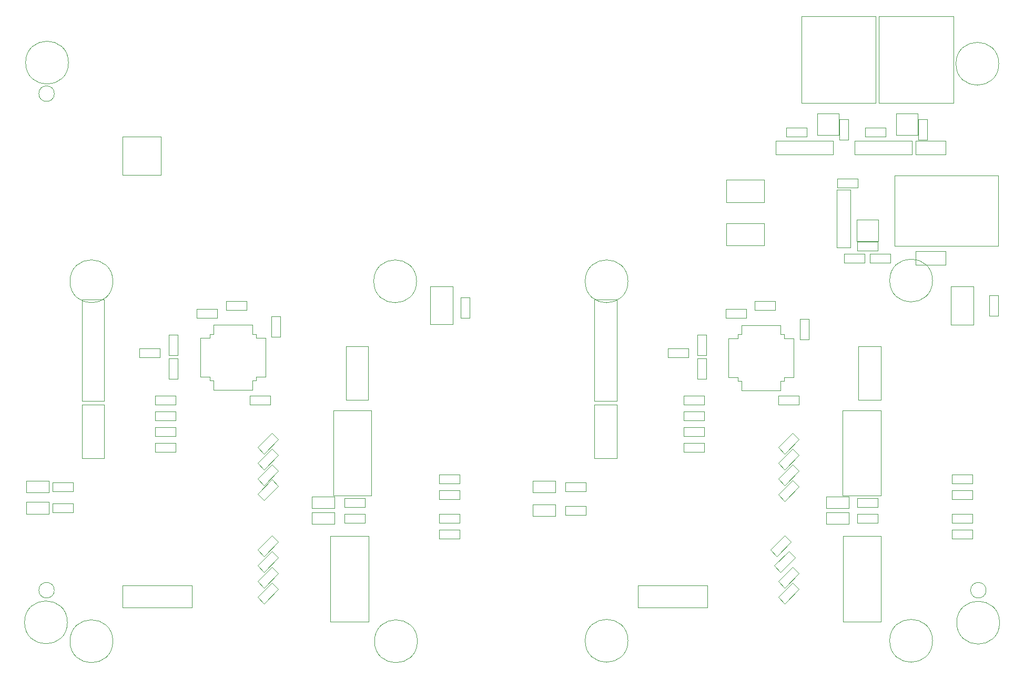
<source format=gbr>
G04 #@! TF.GenerationSoftware,KiCad,Pcbnew,5.0.2-bee76a0~70~ubuntu18.04.1*
G04 #@! TF.CreationDate,2019-05-15T21:37:28+02:00*
G04 #@! TF.ProjectId,networkScanner,6e657477-6f72-46b5-9363-616e6e65722e,rev?*
G04 #@! TF.SameCoordinates,Original*
G04 #@! TF.FileFunction,Other,User*
%FSLAX46Y46*%
G04 Gerber Fmt 4.6, Leading zero omitted, Abs format (unit mm)*
G04 Created by KiCad (PCBNEW 5.0.2-bee76a0~70~ubuntu18.04.1) date Mi 15 Mai 2019 21:37:28 CEST*
%MOMM*%
%LPD*%
G01*
G04 APERTURE LIST*
%ADD10C,0.050000*%
G04 APERTURE END LIST*
D10*
G04 #@! TO.C,REF\002A\002A*
X148606000Y-90234000D02*
G75*
G03X148606000Y-90234000I-3450000J0D01*
G01*
X197628000Y-148146000D02*
G75*
G03X197628000Y-148146000I-3450000J0D01*
G01*
X148606000Y-148146000D02*
G75*
G03X148606000Y-148146000I-3450000J0D01*
G01*
X197628000Y-90107000D02*
G75*
G03X197628000Y-90107000I-3450000J0D01*
G01*
X208296000Y-55182000D02*
G75*
G03X208296000Y-55182000I-3450000J0D01*
G01*
X208423000Y-145225000D02*
G75*
G03X208423000Y-145225000I-3450000J0D01*
G01*
X65675000Y-90234000D02*
G75*
G03X65675000Y-90234000I-3450000J0D01*
G01*
X114570000Y-90234000D02*
G75*
G03X114570000Y-90234000I-3450000J0D01*
G01*
X114697000Y-148222000D02*
G75*
G03X114697000Y-148222000I-3450000J0D01*
G01*
X65675000Y-148222000D02*
G75*
G03X65675000Y-148222000I-3450000J0D01*
G01*
X58356000Y-145178000D02*
G75*
G03X58356000Y-145178000I-3450000J0D01*
G01*
X206250000Y-140000000D02*
G75*
G03X206250000Y-140000000I-1250000J0D01*
G01*
X56250000Y-60000000D02*
G75*
G03X56250000Y-60000000I-1250000J0D01*
G01*
G04 #@! TO.C,U1*
X88130000Y-106250000D02*
X88750000Y-106250000D01*
X88750000Y-105630000D02*
X88750000Y-106250000D01*
X88130000Y-107750000D02*
X88130000Y-106250000D01*
X79750000Y-99370000D02*
X79750000Y-105630000D01*
X90250000Y-99370000D02*
X90250000Y-105630000D01*
X81870000Y-97250000D02*
X88130000Y-97250000D01*
X81870000Y-107750000D02*
X88130000Y-107750000D01*
X88750000Y-105630000D02*
X90250000Y-105630000D01*
X88750000Y-99370000D02*
X90250000Y-99370000D01*
X88130000Y-98750000D02*
X88130000Y-97250000D01*
X81870000Y-98750000D02*
X81870000Y-97250000D01*
X81250000Y-99370000D02*
X79750000Y-99370000D01*
X81250000Y-105630000D02*
X79750000Y-105630000D01*
X81870000Y-106250000D02*
X81870000Y-107750000D01*
X88130000Y-98750000D02*
X88750000Y-98750000D01*
X88750000Y-99370000D02*
X88750000Y-98750000D01*
X81250000Y-105630000D02*
X81250000Y-106250000D01*
X81870000Y-106250000D02*
X81250000Y-106250000D01*
X81250000Y-99370000D02*
X81250000Y-98750000D01*
X81870000Y-98750000D02*
X81250000Y-98750000D01*
G04 #@! TO.C,U2*
X173130000Y-106290000D02*
X173750000Y-106290000D01*
X173750000Y-105670000D02*
X173750000Y-106290000D01*
X173130000Y-107790000D02*
X173130000Y-106290000D01*
X164750000Y-99410000D02*
X164750000Y-105670000D01*
X175250000Y-99410000D02*
X175250000Y-105670000D01*
X166870000Y-97290000D02*
X173130000Y-97290000D01*
X166870000Y-107790000D02*
X173130000Y-107790000D01*
X173750000Y-105670000D02*
X175250000Y-105670000D01*
X173750000Y-99410000D02*
X175250000Y-99410000D01*
X173130000Y-98790000D02*
X173130000Y-97290000D01*
X166870000Y-98790000D02*
X166870000Y-97290000D01*
X166250000Y-99410000D02*
X164750000Y-99410000D01*
X166250000Y-105670000D02*
X164750000Y-105670000D01*
X166870000Y-106290000D02*
X166870000Y-107790000D01*
X173130000Y-98790000D02*
X173750000Y-98790000D01*
X173750000Y-99410000D02*
X173750000Y-98790000D01*
X166250000Y-105670000D02*
X166250000Y-106290000D01*
X166870000Y-106290000D02*
X166250000Y-106290000D01*
X166250000Y-99410000D02*
X166250000Y-98790000D01*
X166870000Y-98790000D02*
X166250000Y-98790000D01*
G04 #@! TO.C,J3*
X67200000Y-142800000D02*
X67200000Y-139250000D01*
X67200000Y-139250000D02*
X78400000Y-139250000D01*
X78400000Y-139250000D02*
X78400000Y-142800000D01*
X78400000Y-142800000D02*
X67200000Y-142800000D01*
G04 #@! TO.C,J4*
X161400000Y-142800000D02*
X150200000Y-142800000D01*
X161400000Y-139250000D02*
X161400000Y-142800000D01*
X150200000Y-139250000D02*
X161400000Y-139250000D01*
X150200000Y-142800000D02*
X150200000Y-139250000D01*
G04 #@! TO.C,J5*
X188500000Y-61500000D02*
X188500000Y-47500000D01*
X188500000Y-47500000D02*
X176500000Y-47500000D01*
X176500000Y-47500000D02*
X176500000Y-61500000D01*
X176500000Y-61500000D02*
X188500000Y-61500000D01*
G04 #@! TO.C,J6*
X189000000Y-61500000D02*
X201000000Y-61500000D01*
X189000000Y-47500000D02*
X189000000Y-61500000D01*
X201000000Y-47500000D02*
X189000000Y-47500000D01*
X201000000Y-61500000D02*
X201000000Y-47500000D01*
G04 #@! TO.C,U3*
X191540000Y-73230000D02*
X191540000Y-84530000D01*
X191540000Y-84530000D02*
X208180000Y-84530000D01*
X208180000Y-84530000D02*
X208180000Y-73230000D01*
X208180000Y-73230000D02*
X191540000Y-73230000D01*
G04 #@! TO.C,D1*
X181650000Y-69820000D02*
X172350000Y-69820000D01*
X172350000Y-69820000D02*
X172350000Y-67620000D01*
X172350000Y-67620000D02*
X181650000Y-67620000D01*
X181650000Y-67620000D02*
X181650000Y-69820000D01*
G04 #@! TO.C,D2*
X194350000Y-67620000D02*
X194350000Y-69820000D01*
X185050000Y-67620000D02*
X194350000Y-67620000D01*
X185050000Y-69820000D02*
X185050000Y-67620000D01*
X194350000Y-69820000D02*
X185050000Y-69820000D01*
G04 #@! TO.C,D3*
X182250000Y-84800000D02*
X182250000Y-75500000D01*
X182250000Y-75500000D02*
X184450000Y-75500000D01*
X184450000Y-75500000D02*
X184450000Y-84800000D01*
X184450000Y-84800000D02*
X182250000Y-84800000D01*
G04 #@! TO.C,Q1*
X179110000Y-63160000D02*
X182510000Y-63160000D01*
X182510000Y-63160000D02*
X182510000Y-66660000D01*
X182510000Y-66660000D02*
X179110000Y-66660000D01*
X179110000Y-66660000D02*
X179110000Y-63160000D01*
G04 #@! TO.C,Q2*
X191810000Y-63160000D02*
X195210000Y-63160000D01*
X195210000Y-63160000D02*
X195210000Y-66660000D01*
X195210000Y-66660000D02*
X191810000Y-66660000D01*
X191810000Y-66660000D02*
X191810000Y-63160000D01*
G04 #@! TO.C,Q3*
X185460000Y-83805000D02*
X185460000Y-80305000D01*
X188860000Y-83805000D02*
X185460000Y-83805000D01*
X188860000Y-80305000D02*
X188860000Y-83805000D01*
X185460000Y-80305000D02*
X188860000Y-80305000D01*
G04 #@! TO.C,R1*
X184080000Y-64135000D02*
X184080000Y-67435000D01*
X182620000Y-64135000D02*
X184080000Y-64135000D01*
X182620000Y-67435000D02*
X182620000Y-64135000D01*
X184080000Y-67435000D02*
X182620000Y-67435000D01*
G04 #@! TO.C,R2*
X177380000Y-66910000D02*
X174080000Y-66910000D01*
X177380000Y-65450000D02*
X177380000Y-66910000D01*
X174080000Y-65450000D02*
X177380000Y-65450000D01*
X174080000Y-66910000D02*
X174080000Y-65450000D01*
G04 #@! TO.C,R3*
X196780000Y-67435000D02*
X195320000Y-67435000D01*
X195320000Y-67435000D02*
X195320000Y-64135000D01*
X195320000Y-64135000D02*
X196780000Y-64135000D01*
X196780000Y-64135000D02*
X196780000Y-67435000D01*
G04 #@! TO.C,R4*
X186780000Y-66910000D02*
X186780000Y-65450000D01*
X186780000Y-65450000D02*
X190080000Y-65450000D01*
X190080000Y-65450000D02*
X190080000Y-66910000D01*
X190080000Y-66910000D02*
X186780000Y-66910000D01*
G04 #@! TO.C,R5*
X185510000Y-85325000D02*
X185510000Y-83865000D01*
X185510000Y-83865000D02*
X188810000Y-83865000D01*
X188810000Y-83865000D02*
X188810000Y-85325000D01*
X188810000Y-85325000D02*
X185510000Y-85325000D01*
G04 #@! TO.C,R6*
X185635000Y-75165000D02*
X182335000Y-75165000D01*
X185635000Y-73705000D02*
X185635000Y-75165000D01*
X182335000Y-73705000D02*
X185635000Y-73705000D01*
X182335000Y-75165000D02*
X182335000Y-73705000D01*
G04 #@! TO.C,REF\002A\002A*
X56250000Y-140000000D02*
G75*
G03X56250000Y-140000000I-1250000J0D01*
G01*
G04 #@! TO.C,C1*
X199770000Y-69840000D02*
X194870000Y-69840000D01*
X199770000Y-67600000D02*
X199770000Y-69840000D01*
X194870000Y-67600000D02*
X199770000Y-67600000D01*
X194870000Y-69840000D02*
X194870000Y-67600000D01*
G04 #@! TO.C,C2*
X194870000Y-87620000D02*
X194870000Y-85380000D01*
X194870000Y-85380000D02*
X199770000Y-85380000D01*
X199770000Y-85380000D02*
X199770000Y-87620000D01*
X199770000Y-87620000D02*
X194870000Y-87620000D01*
G04 #@! TO.C,C3*
X74670000Y-102120000D02*
X74670000Y-98820000D01*
X76130000Y-102120000D02*
X74670000Y-102120000D01*
X76130000Y-98820000D02*
X76130000Y-102120000D01*
X74670000Y-98820000D02*
X76130000Y-98820000D01*
G04 #@! TO.C,C4*
X87720000Y-110090000D02*
X87720000Y-108630000D01*
X87720000Y-108630000D02*
X91020000Y-108630000D01*
X91020000Y-108630000D02*
X91020000Y-110090000D01*
X91020000Y-110090000D02*
X87720000Y-110090000D01*
G04 #@! TO.C,C5*
X92640000Y-95885000D02*
X92640000Y-99185000D01*
X91180000Y-95885000D02*
X92640000Y-95885000D01*
X91180000Y-99185000D02*
X91180000Y-95885000D01*
X92640000Y-99185000D02*
X91180000Y-99185000D01*
G04 #@! TO.C,C6*
X79211000Y-94660000D02*
X82511000Y-94660000D01*
X79211000Y-96120000D02*
X79211000Y-94660000D01*
X82511000Y-96120000D02*
X79211000Y-96120000D01*
X82511000Y-94660000D02*
X82511000Y-96120000D01*
G04 #@! TO.C,C7*
X74670000Y-102630000D02*
X76130000Y-102630000D01*
X76130000Y-102630000D02*
X76130000Y-105930000D01*
X76130000Y-105930000D02*
X74670000Y-105930000D01*
X74670000Y-105930000D02*
X74670000Y-102630000D01*
G04 #@! TO.C,C8*
X159760000Y-102120000D02*
X159760000Y-98820000D01*
X161220000Y-102120000D02*
X159760000Y-102120000D01*
X161220000Y-98820000D02*
X161220000Y-102120000D01*
X159760000Y-98820000D02*
X161220000Y-98820000D01*
G04 #@! TO.C,C9*
X176110000Y-110090000D02*
X172810000Y-110090000D01*
X176110000Y-108630000D02*
X176110000Y-110090000D01*
X172810000Y-108630000D02*
X176110000Y-108630000D01*
X172810000Y-110090000D02*
X172810000Y-108630000D01*
G04 #@! TO.C,C10*
X177730000Y-99580000D02*
X176270000Y-99580000D01*
X176270000Y-99580000D02*
X176270000Y-96280000D01*
X176270000Y-96280000D02*
X177730000Y-96280000D01*
X177730000Y-96280000D02*
X177730000Y-99580000D01*
G04 #@! TO.C,C11*
X164315000Y-94660000D02*
X167615000Y-94660000D01*
X164315000Y-96120000D02*
X164315000Y-94660000D01*
X167615000Y-96120000D02*
X164315000Y-96120000D01*
X167615000Y-94660000D02*
X167615000Y-96120000D01*
G04 #@! TO.C,C12*
X159760000Y-102630000D02*
X161220000Y-102630000D01*
X161220000Y-102630000D02*
X161220000Y-105930000D01*
X161220000Y-105930000D02*
X159760000Y-105930000D01*
X159760000Y-105930000D02*
X159760000Y-102630000D01*
G04 #@! TO.C,D4*
X101380000Y-126820000D02*
X97680000Y-126820000D01*
X101380000Y-124920000D02*
X101380000Y-126820000D01*
X97680000Y-124920000D02*
X101380000Y-124920000D01*
X97680000Y-126820000D02*
X97680000Y-124920000D01*
G04 #@! TO.C,D5*
X97680000Y-129360000D02*
X97680000Y-127460000D01*
X97680000Y-127460000D02*
X101380000Y-127460000D01*
X101380000Y-127460000D02*
X101380000Y-129360000D01*
X101380000Y-129360000D02*
X97680000Y-129360000D01*
G04 #@! TO.C,D6*
X180475000Y-126820000D02*
X180475000Y-124920000D01*
X180475000Y-124920000D02*
X184175000Y-124920000D01*
X184175000Y-124920000D02*
X184175000Y-126820000D01*
X184175000Y-126820000D02*
X180475000Y-126820000D01*
G04 #@! TO.C,D7*
X184184000Y-129360000D02*
X180484000Y-129360000D01*
X184184000Y-127460000D02*
X184184000Y-129360000D01*
X180484000Y-127460000D02*
X184184000Y-127460000D01*
X180484000Y-129360000D02*
X180484000Y-127460000D01*
G04 #@! TO.C,D8*
X55415000Y-124280000D02*
X51715000Y-124280000D01*
X55415000Y-122380000D02*
X55415000Y-124280000D01*
X51715000Y-122380000D02*
X55415000Y-122380000D01*
X51715000Y-124280000D02*
X51715000Y-122380000D01*
G04 #@! TO.C,D9*
X51706000Y-127709000D02*
X51706000Y-125809000D01*
X51706000Y-125809000D02*
X55406000Y-125809000D01*
X55406000Y-125809000D02*
X55406000Y-127709000D01*
X55406000Y-127709000D02*
X51706000Y-127709000D01*
G04 #@! TO.C,D10*
X136940000Y-124280000D02*
X133240000Y-124280000D01*
X136940000Y-122380000D02*
X136940000Y-124280000D01*
X133240000Y-122380000D02*
X136940000Y-122380000D01*
X133240000Y-124280000D02*
X133240000Y-122380000D01*
G04 #@! TO.C,D11*
X133240000Y-128090000D02*
X133240000Y-126190000D01*
X133240000Y-126190000D02*
X136940000Y-126190000D01*
X136940000Y-126190000D02*
X136940000Y-128090000D01*
X136940000Y-128090000D02*
X133240000Y-128090000D01*
G04 #@! TO.C,J8*
X103200000Y-100700000D02*
X103200000Y-109350000D01*
X103200000Y-109350000D02*
X106800000Y-109350000D01*
X106800000Y-109350000D02*
X106800000Y-100700000D01*
X106800000Y-100700000D02*
X103200000Y-100700000D01*
G04 #@! TO.C,J9*
X164405000Y-77505000D02*
X170555000Y-77505000D01*
X170555000Y-77505000D02*
X170555000Y-73905000D01*
X170555000Y-73905000D02*
X164405000Y-73905000D01*
X164405000Y-73905000D02*
X164405000Y-77505000D01*
G04 #@! TO.C,J11*
X164405000Y-80890000D02*
X164405000Y-84490000D01*
X170555000Y-80890000D02*
X164405000Y-80890000D01*
X170555000Y-84490000D02*
X170555000Y-80890000D01*
X164405000Y-84490000D02*
X170555000Y-84490000D01*
G04 #@! TO.C,J13*
X185700000Y-100700000D02*
X185700000Y-109350000D01*
X185700000Y-109350000D02*
X189300000Y-109350000D01*
X189300000Y-109350000D02*
X189300000Y-100700000D01*
X189300000Y-100700000D02*
X185700000Y-100700000D01*
G04 #@! TO.C,J17*
X60700000Y-118780000D02*
X64300000Y-118780000D01*
X60700000Y-110130000D02*
X60700000Y-118780000D01*
X64300000Y-110130000D02*
X60700000Y-110130000D01*
X64300000Y-118780000D02*
X64300000Y-110130000D01*
G04 #@! TO.C,J18*
X143200000Y-118780000D02*
X146800000Y-118780000D01*
X143200000Y-110130000D02*
X143200000Y-118780000D01*
X146800000Y-110130000D02*
X143200000Y-110130000D01*
X146800000Y-118780000D02*
X146800000Y-110130000D01*
G04 #@! TO.C,R7*
X121500000Y-129140000D02*
X118200000Y-129140000D01*
X121500000Y-127680000D02*
X121500000Y-129140000D01*
X118200000Y-127680000D02*
X121500000Y-127680000D01*
X118200000Y-129140000D02*
X118200000Y-127680000D01*
G04 #@! TO.C,R8*
X121500000Y-131680000D02*
X118200000Y-131680000D01*
X121500000Y-130220000D02*
X121500000Y-131680000D01*
X118200000Y-130220000D02*
X121500000Y-130220000D01*
X118200000Y-131680000D02*
X118200000Y-130220000D01*
G04 #@! TO.C,R9*
X121500000Y-122790000D02*
X118200000Y-122790000D01*
X121500000Y-121330000D02*
X121500000Y-122790000D01*
X118200000Y-121330000D02*
X121500000Y-121330000D01*
X118200000Y-122790000D02*
X118200000Y-121330000D01*
G04 #@! TO.C,R10*
X118200000Y-125330000D02*
X118200000Y-123870000D01*
X118200000Y-123870000D02*
X121500000Y-123870000D01*
X121500000Y-123870000D02*
X121500000Y-125330000D01*
X121500000Y-125330000D02*
X118200000Y-125330000D01*
G04 #@! TO.C,R11*
X106260000Y-126600000D02*
X102960000Y-126600000D01*
X106260000Y-125140000D02*
X106260000Y-126600000D01*
X102960000Y-125140000D02*
X106260000Y-125140000D01*
X102960000Y-126600000D02*
X102960000Y-125140000D01*
G04 #@! TO.C,R12*
X102960000Y-129140000D02*
X102960000Y-127680000D01*
X102960000Y-127680000D02*
X106260000Y-127680000D01*
X106260000Y-127680000D02*
X106260000Y-129140000D01*
X106260000Y-129140000D02*
X102960000Y-129140000D01*
G04 #@! TO.C,R13*
X190870000Y-85770000D02*
X190870000Y-87230000D01*
X190870000Y-87230000D02*
X187570000Y-87230000D01*
X187570000Y-87230000D02*
X187570000Y-85770000D01*
X187570000Y-85770000D02*
X190870000Y-85770000D01*
G04 #@! TO.C,R14*
X183365000Y-85770000D02*
X186665000Y-85770000D01*
X183365000Y-87230000D02*
X183365000Y-85770000D01*
X186665000Y-87230000D02*
X183365000Y-87230000D01*
X186665000Y-85770000D02*
X186665000Y-87230000D01*
G04 #@! TO.C,R15*
X200750000Y-131680000D02*
X200750000Y-130220000D01*
X200750000Y-130220000D02*
X204050000Y-130220000D01*
X204050000Y-130220000D02*
X204050000Y-131680000D01*
X204050000Y-131680000D02*
X200750000Y-131680000D01*
G04 #@! TO.C,R16*
X200750000Y-129140000D02*
X200750000Y-127680000D01*
X200750000Y-127680000D02*
X204050000Y-127680000D01*
X204050000Y-127680000D02*
X204050000Y-129140000D01*
X204050000Y-129140000D02*
X200750000Y-129140000D01*
G04 #@! TO.C,R17*
X200750000Y-125330000D02*
X200750000Y-123870000D01*
X200750000Y-123870000D02*
X204050000Y-123870000D01*
X204050000Y-123870000D02*
X204050000Y-125330000D01*
X204050000Y-125330000D02*
X200750000Y-125330000D01*
G04 #@! TO.C,R18*
X204050000Y-122790000D02*
X200750000Y-122790000D01*
X204050000Y-121330000D02*
X204050000Y-122790000D01*
X200750000Y-121330000D02*
X204050000Y-121330000D01*
X200750000Y-122790000D02*
X200750000Y-121330000D01*
G04 #@! TO.C,R19*
X188810000Y-126600000D02*
X185510000Y-126600000D01*
X188810000Y-125140000D02*
X188810000Y-126600000D01*
X185510000Y-125140000D02*
X188810000Y-125140000D01*
X185510000Y-126600000D02*
X185510000Y-125140000D01*
G04 #@! TO.C,R20*
X185510000Y-129140000D02*
X185510000Y-127680000D01*
X185510000Y-127680000D02*
X188810000Y-127680000D01*
X188810000Y-127680000D02*
X188810000Y-129140000D01*
X188810000Y-129140000D02*
X185510000Y-129140000D01*
G04 #@! TO.C,R21*
X69940000Y-101010000D02*
X73240000Y-101010000D01*
X69940000Y-102470000D02*
X69940000Y-101010000D01*
X73240000Y-102470000D02*
X69940000Y-102470000D01*
X73240000Y-101010000D02*
X73240000Y-102470000D01*
G04 #@! TO.C,R22*
X59270000Y-124060000D02*
X55970000Y-124060000D01*
X59270000Y-122600000D02*
X59270000Y-124060000D01*
X55970000Y-122600000D02*
X59270000Y-122600000D01*
X55970000Y-124060000D02*
X55970000Y-122600000D01*
G04 #@! TO.C,R23*
X55970000Y-127489000D02*
X55970000Y-126029000D01*
X55970000Y-126029000D02*
X59270000Y-126029000D01*
X59270000Y-126029000D02*
X59270000Y-127489000D01*
X59270000Y-127489000D02*
X55970000Y-127489000D01*
G04 #@! TO.C,R24*
X83910000Y-94850000D02*
X83910000Y-93390000D01*
X83910000Y-93390000D02*
X87210000Y-93390000D01*
X87210000Y-93390000D02*
X87210000Y-94850000D01*
X87210000Y-94850000D02*
X83910000Y-94850000D01*
G04 #@! TO.C,R25*
X155030000Y-101010000D02*
X158330000Y-101010000D01*
X155030000Y-102470000D02*
X155030000Y-101010000D01*
X158330000Y-102470000D02*
X155030000Y-102470000D01*
X158330000Y-101010000D02*
X158330000Y-102470000D01*
G04 #@! TO.C,R26*
X141820000Y-124060000D02*
X138520000Y-124060000D01*
X141820000Y-122600000D02*
X141820000Y-124060000D01*
X138520000Y-122600000D02*
X141820000Y-122600000D01*
X138520000Y-124060000D02*
X138520000Y-122600000D01*
G04 #@! TO.C,R27*
X138520000Y-127870000D02*
X138520000Y-126410000D01*
X138520000Y-126410000D02*
X141820000Y-126410000D01*
X141820000Y-126410000D02*
X141820000Y-127870000D01*
X141820000Y-127870000D02*
X138520000Y-127870000D01*
G04 #@! TO.C,R28*
X169000000Y-94850000D02*
X169000000Y-93390000D01*
X169000000Y-93390000D02*
X172300000Y-93390000D01*
X172300000Y-93390000D02*
X172300000Y-94850000D01*
X172300000Y-94850000D02*
X169000000Y-94850000D01*
G04 #@! TO.C,R29*
X72480000Y-110090000D02*
X72480000Y-108630000D01*
X72480000Y-108630000D02*
X75780000Y-108630000D01*
X75780000Y-108630000D02*
X75780000Y-110090000D01*
X75780000Y-110090000D02*
X72480000Y-110090000D01*
G04 #@! TO.C,R30*
X75780000Y-112630000D02*
X72480000Y-112630000D01*
X75780000Y-111170000D02*
X75780000Y-112630000D01*
X72480000Y-111170000D02*
X75780000Y-111170000D01*
X72480000Y-112630000D02*
X72480000Y-111170000D01*
G04 #@! TO.C,R31*
X72480000Y-115170000D02*
X72480000Y-113710000D01*
X72480000Y-113710000D02*
X75780000Y-113710000D01*
X75780000Y-113710000D02*
X75780000Y-115170000D01*
X75780000Y-115170000D02*
X72480000Y-115170000D01*
G04 #@! TO.C,R32*
X75780000Y-117710000D02*
X72480000Y-117710000D01*
X75780000Y-116250000D02*
X75780000Y-117710000D01*
X72480000Y-116250000D02*
X75780000Y-116250000D01*
X72480000Y-117710000D02*
X72480000Y-116250000D01*
G04 #@! TO.C,R33*
X157570000Y-110090000D02*
X157570000Y-108630000D01*
X157570000Y-108630000D02*
X160870000Y-108630000D01*
X160870000Y-108630000D02*
X160870000Y-110090000D01*
X160870000Y-110090000D02*
X157570000Y-110090000D01*
G04 #@! TO.C,R34*
X160870000Y-112630000D02*
X157570000Y-112630000D01*
X160870000Y-111170000D02*
X160870000Y-112630000D01*
X157570000Y-111170000D02*
X160870000Y-111170000D01*
X157570000Y-112630000D02*
X157570000Y-111170000D01*
G04 #@! TO.C,R35*
X157570000Y-115170000D02*
X157570000Y-113710000D01*
X157570000Y-113710000D02*
X160870000Y-113710000D01*
X160870000Y-113710000D02*
X160870000Y-115170000D01*
X160870000Y-115170000D02*
X157570000Y-115170000D01*
G04 #@! TO.C,R36*
X160870000Y-117710000D02*
X157570000Y-117710000D01*
X160870000Y-116250000D02*
X160870000Y-117710000D01*
X157570000Y-116250000D02*
X160870000Y-116250000D01*
X157570000Y-117710000D02*
X157570000Y-116250000D01*
G04 #@! TO.C,J15*
X60700000Y-93200000D02*
X60700000Y-109500000D01*
X60700000Y-109500000D02*
X64300000Y-109500000D01*
X64300000Y-109500000D02*
X64300000Y-93200000D01*
X64300000Y-93200000D02*
X60700000Y-93200000D01*
G04 #@! TO.C,J16*
X146800000Y-93200000D02*
X143200000Y-93200000D01*
X146800000Y-109500000D02*
X146800000Y-93200000D01*
X143200000Y-109500000D02*
X146800000Y-109500000D01*
X143200000Y-93200000D02*
X143200000Y-109500000D01*
G04 #@! TO.C,R37*
X92322914Y-134744462D02*
X89989462Y-137077914D01*
X91290538Y-133712086D02*
X92322914Y-134744462D01*
X88957086Y-136045538D02*
X91290538Y-133712086D01*
X89989462Y-137077914D02*
X88957086Y-136045538D01*
G04 #@! TO.C,R38*
X92322914Y-137284462D02*
X89989462Y-139617914D01*
X91290538Y-136252086D02*
X92322914Y-137284462D01*
X88957086Y-138585538D02*
X91290538Y-136252086D01*
X89989462Y-139617914D02*
X88957086Y-138585538D01*
G04 #@! TO.C,R39*
X92322914Y-139824462D02*
X89989462Y-142157914D01*
X91290538Y-138792086D02*
X92322914Y-139824462D01*
X88957086Y-141125538D02*
X91290538Y-138792086D01*
X89989462Y-142157914D02*
X88957086Y-141125538D01*
G04 #@! TO.C,R40*
X89989462Y-123107914D02*
X88957086Y-122075538D01*
X88957086Y-122075538D02*
X91290538Y-119742086D01*
X91290538Y-119742086D02*
X92322914Y-120774462D01*
X92322914Y-120774462D02*
X89989462Y-123107914D01*
G04 #@! TO.C,R41*
X92322914Y-118234462D02*
X89989462Y-120567914D01*
X91290538Y-117202086D02*
X92322914Y-118234462D01*
X88957086Y-119535538D02*
X91290538Y-117202086D01*
X89989462Y-120567914D02*
X88957086Y-119535538D01*
G04 #@! TO.C,R42*
X89989462Y-118027914D02*
X88957086Y-116995538D01*
X88957086Y-116995538D02*
X91290538Y-114662086D01*
X91290538Y-114662086D02*
X92322914Y-115694462D01*
X92322914Y-115694462D02*
X89989462Y-118027914D01*
G04 #@! TO.C,R43*
X175507914Y-134744462D02*
X173174462Y-137077914D01*
X174475538Y-133712086D02*
X175507914Y-134744462D01*
X172142086Y-136045538D02*
X174475538Y-133712086D01*
X173174462Y-137077914D02*
X172142086Y-136045538D01*
G04 #@! TO.C,R44*
X173809462Y-139617914D02*
X172777086Y-138585538D01*
X172777086Y-138585538D02*
X175110538Y-136252086D01*
X175110538Y-136252086D02*
X176142914Y-137284462D01*
X176142914Y-137284462D02*
X173809462Y-139617914D01*
G04 #@! TO.C,R45*
X176142914Y-139824462D02*
X173809462Y-142157914D01*
X175110538Y-138792086D02*
X176142914Y-139824462D01*
X172777086Y-141125538D02*
X175110538Y-138792086D01*
X173809462Y-142157914D02*
X172777086Y-141125538D01*
G04 #@! TO.C,R46*
X173809462Y-123107914D02*
X172777086Y-122075538D01*
X172777086Y-122075538D02*
X175110538Y-119742086D01*
X175110538Y-119742086D02*
X176142914Y-120774462D01*
X176142914Y-120774462D02*
X173809462Y-123107914D01*
G04 #@! TO.C,R47*
X173809462Y-120567914D02*
X172777086Y-119535538D01*
X172777086Y-119535538D02*
X175110538Y-117202086D01*
X175110538Y-117202086D02*
X176142914Y-118234462D01*
X176142914Y-118234462D02*
X173809462Y-120567914D01*
G04 #@! TO.C,R48*
X173809462Y-118027914D02*
X172777086Y-116995538D01*
X172777086Y-116995538D02*
X175110538Y-114662086D01*
X175110538Y-114662086D02*
X176142914Y-115694462D01*
X176142914Y-115694462D02*
X173809462Y-118027914D01*
G04 #@! TO.C,J19*
X67250000Y-66920000D02*
X67250000Y-73070000D01*
X67250000Y-73070000D02*
X73400000Y-73070000D01*
X73400000Y-73070000D02*
X73400000Y-66920000D01*
X73400000Y-66920000D02*
X67250000Y-66920000D01*
G04 #@! TO.C,J20*
X120380000Y-97190000D02*
X120380000Y-91040000D01*
X120380000Y-91040000D02*
X116780000Y-91040000D01*
X116780000Y-91040000D02*
X116780000Y-97190000D01*
X116780000Y-97190000D02*
X120380000Y-97190000D01*
G04 #@! TO.C,J21*
X204200000Y-91050000D02*
X200600000Y-91050000D01*
X204200000Y-97200000D02*
X204200000Y-91050000D01*
X200600000Y-97200000D02*
X204200000Y-97200000D01*
X200600000Y-91050000D02*
X200600000Y-97200000D01*
G04 #@! TO.C,R49*
X123120000Y-96165000D02*
X121660000Y-96165000D01*
X121660000Y-96165000D02*
X121660000Y-92865000D01*
X121660000Y-92865000D02*
X123120000Y-92865000D01*
X123120000Y-92865000D02*
X123120000Y-96165000D01*
G04 #@! TO.C,R50*
X208210000Y-92470000D02*
X208210000Y-95770000D01*
X206750000Y-92470000D02*
X208210000Y-92470000D01*
X206750000Y-95770000D02*
X206750000Y-92470000D01*
X208210000Y-95770000D02*
X206750000Y-95770000D01*
G04 #@! TO.C,REF\002A\002A*
X58530000Y-55004000D02*
G75*
G03X58530000Y-55004000I-3450000J0D01*
G01*
G04 #@! TO.C,J7*
X106850000Y-131309000D02*
X100700000Y-131309000D01*
X106850000Y-145059000D02*
X106850000Y-131309000D01*
X100700000Y-145059000D02*
X106850000Y-145059000D01*
X100700000Y-131309000D02*
X100700000Y-145059000D01*
G04 #@! TO.C,J10*
X107299000Y-124749000D02*
X107299000Y-110999000D01*
X107299000Y-110999000D02*
X101149000Y-110999000D01*
X101149000Y-110999000D02*
X101149000Y-124749000D01*
X101149000Y-124749000D02*
X107299000Y-124749000D01*
G04 #@! TO.C,J12*
X183201000Y-131309000D02*
X183201000Y-145059000D01*
X183201000Y-145059000D02*
X189351000Y-145059000D01*
X189351000Y-145059000D02*
X189351000Y-131309000D01*
X189351000Y-131309000D02*
X183201000Y-131309000D01*
G04 #@! TO.C,J14*
X183150000Y-124749000D02*
X189300000Y-124749000D01*
X183150000Y-110999000D02*
X183150000Y-124749000D01*
X189300000Y-110999000D02*
X183150000Y-110999000D01*
X189300000Y-124749000D02*
X189300000Y-110999000D01*
G04 #@! TO.C,R51*
X92322914Y-123203744D02*
X89989462Y-125537196D01*
X91290538Y-122171368D02*
X92322914Y-123203744D01*
X88957086Y-124504820D02*
X91290538Y-122171368D01*
X89989462Y-125537196D02*
X88957086Y-124504820D01*
G04 #@! TO.C,R52*
X89989462Y-134537914D02*
X88957086Y-133505538D01*
X88957086Y-133505538D02*
X91290538Y-131172086D01*
X91290538Y-131172086D02*
X92322914Y-132204462D01*
X92322914Y-132204462D02*
X89989462Y-134537914D01*
G04 #@! TO.C,R53*
X173809462Y-125647914D02*
X172777086Y-124615538D01*
X172777086Y-124615538D02*
X175110538Y-122282086D01*
X175110538Y-122282086D02*
X176142914Y-123314462D01*
X176142914Y-123314462D02*
X173809462Y-125647914D01*
G04 #@! TO.C,R54*
X174872914Y-132204462D02*
X172539462Y-134537914D01*
X173840538Y-131172086D02*
X174872914Y-132204462D01*
X171507086Y-133505538D02*
X173840538Y-131172086D01*
X172539462Y-134537914D02*
X171507086Y-133505538D01*
G04 #@! TD*
M02*

</source>
